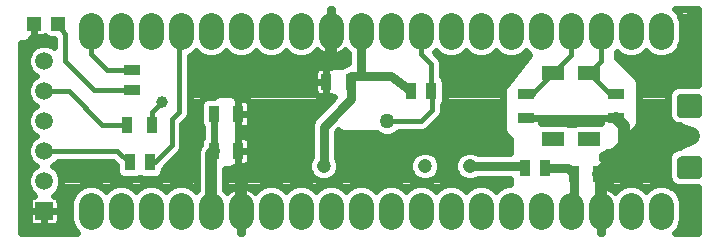
<source format=gtl>
G75*
%MOIN*%
%OFA0B0*%
%FSLAX25Y25*%
%IPPOS*%
%LPD*%
%AMOC8*
5,1,8,0,0,1.08239X$1,22.5*
%
%ADD10R,0.03600X0.05500*%
%ADD11R,0.05500X0.03600*%
%ADD12R,0.07400X0.05000*%
%ADD13C,0.08268*%
%ADD14C,0.05937*%
%ADD15R,0.05937X0.05937*%
%ADD16R,0.04724X0.04724*%
%ADD17C,0.02362*%
%ADD18C,0.03937*%
%ADD19C,0.04750*%
%ADD20C,0.03150*%
%ADD21C,0.05906*%
%ADD22C,0.03569*%
%ADD23R,0.03569X0.03569*%
%ADD24C,0.04356*%
%ADD25C,0.01575*%
%ADD26C,0.03962*%
%ADD27C,0.05000*%
D10*
X0092560Y0051250D03*
X0099253Y0051250D03*
X0120510Y0055000D03*
X0128803Y0055000D03*
X0100053Y0063750D03*
X0091760Y0063750D03*
X0120510Y0067500D03*
X0128803Y0067500D03*
X0158010Y0078125D03*
X0166303Y0078125D03*
X0186310Y0075000D03*
X0193003Y0075000D03*
X0224435Y0049375D03*
X0231128Y0049375D03*
X0240510Y0047500D03*
X0248803Y0047500D03*
D11*
X0254656Y0065854D03*
X0254656Y0074146D03*
X0224656Y0074146D03*
X0224656Y0065854D03*
X0093406Y0075404D03*
X0093406Y0082096D03*
D12*
X0233656Y0081000D03*
X0245656Y0081000D03*
X0245656Y0059000D03*
X0233656Y0059000D03*
D13*
X0229656Y0037067D02*
X0229656Y0032933D01*
X0239656Y0032933D02*
X0239656Y0037067D01*
X0249656Y0037067D02*
X0249656Y0032933D01*
X0259656Y0032933D02*
X0259656Y0037067D01*
X0269656Y0037067D02*
X0269656Y0032933D01*
X0219656Y0032933D02*
X0219656Y0037067D01*
X0209656Y0037067D02*
X0209656Y0032933D01*
X0199656Y0032933D02*
X0199656Y0037067D01*
X0189656Y0037067D02*
X0189656Y0032933D01*
X0179656Y0032933D02*
X0179656Y0037067D01*
X0169656Y0037067D02*
X0169656Y0032933D01*
X0159656Y0032933D02*
X0159656Y0037067D01*
X0149656Y0037067D02*
X0149656Y0032933D01*
X0139656Y0032933D02*
X0139656Y0037067D01*
X0129656Y0037067D02*
X0129656Y0032933D01*
X0119656Y0032933D02*
X0119656Y0037067D01*
X0109656Y0037067D02*
X0109656Y0032933D01*
X0099656Y0032933D02*
X0099656Y0037067D01*
X0089656Y0037067D02*
X0089656Y0032933D01*
X0079656Y0032933D02*
X0079656Y0037067D01*
X0079656Y0092933D02*
X0079656Y0097067D01*
X0089656Y0097067D02*
X0089656Y0092933D01*
X0099656Y0092933D02*
X0099656Y0097067D01*
X0109656Y0097067D02*
X0109656Y0092933D01*
X0119656Y0092933D02*
X0119656Y0097067D01*
X0129656Y0097067D02*
X0129656Y0092933D01*
X0139656Y0092933D02*
X0139656Y0097067D01*
X0149656Y0097067D02*
X0149656Y0092933D01*
X0159656Y0092933D02*
X0159656Y0097067D01*
X0169656Y0097067D02*
X0169656Y0092933D01*
X0179656Y0092933D02*
X0179656Y0097067D01*
X0189656Y0097067D02*
X0189656Y0092933D01*
X0199656Y0092933D02*
X0199656Y0097067D01*
X0209656Y0097067D02*
X0209656Y0092933D01*
X0219656Y0092933D02*
X0219656Y0097067D01*
X0229656Y0097067D02*
X0229656Y0092933D01*
X0239656Y0092933D02*
X0239656Y0097067D01*
X0249656Y0097067D02*
X0249656Y0092933D01*
X0259656Y0092933D02*
X0259656Y0097067D01*
X0269656Y0097067D02*
X0269656Y0092933D01*
D14*
X0279656Y0070000D03*
X0279656Y0060000D03*
X0279656Y0050000D03*
X0064031Y0045000D03*
X0064031Y0055000D03*
X0064031Y0065000D03*
X0064031Y0075000D03*
X0064031Y0085000D03*
D15*
X0064031Y0035000D03*
D16*
X0060523Y0097500D03*
X0068790Y0097500D03*
D17*
X0056188Y0090994D02*
X0056188Y0027781D01*
X0075065Y0027781D01*
X0073816Y0029030D01*
X0072767Y0031563D01*
X0072767Y0038437D01*
X0073816Y0040970D01*
X0075754Y0042908D01*
X0078286Y0043957D01*
X0081027Y0043957D01*
X0083559Y0042908D01*
X0084656Y0041811D01*
X0085754Y0042908D01*
X0088286Y0043957D01*
X0091027Y0043957D01*
X0093559Y0042908D01*
X0094656Y0041811D01*
X0095754Y0042908D01*
X0098286Y0043957D01*
X0101027Y0043957D01*
X0103559Y0042908D01*
X0104656Y0041811D01*
X0105754Y0042908D01*
X0108286Y0043957D01*
X0111027Y0043957D01*
X0113559Y0042908D01*
X0114656Y0041811D01*
X0114932Y0042086D01*
X0114932Y0055086D01*
X0115651Y0056823D01*
X0115954Y0057125D01*
X0115954Y0058298D01*
X0116374Y0059311D01*
X0116573Y0059510D01*
X0116573Y0062990D01*
X0116374Y0063189D01*
X0115954Y0064202D01*
X0115954Y0070798D01*
X0116374Y0071811D01*
X0117149Y0072586D01*
X0118162Y0073006D01*
X0120640Y0073006D01*
X0121220Y0073586D01*
X0122233Y0074006D01*
X0126455Y0074006D01*
X0127468Y0073586D01*
X0128243Y0072811D01*
X0128400Y0072431D01*
X0128803Y0072431D01*
X0128803Y0067500D01*
X0132784Y0067500D01*
X0132784Y0070537D01*
X0132635Y0071092D01*
X0132348Y0071589D01*
X0131942Y0071995D01*
X0131445Y0072282D01*
X0130890Y0072431D01*
X0128803Y0072431D01*
X0128803Y0067500D01*
X0128803Y0067500D01*
X0132784Y0067500D01*
X0132784Y0064463D01*
X0132635Y0063908D01*
X0132348Y0063411D01*
X0131942Y0063005D01*
X0131445Y0062718D01*
X0130890Y0062569D01*
X0128803Y0062569D01*
X0128803Y0067500D01*
X0128803Y0067500D01*
X0128803Y0067500D01*
X0128803Y0062569D01*
X0128662Y0062569D01*
X0128662Y0059931D01*
X0128803Y0059931D01*
X0128803Y0055000D01*
X0132784Y0055000D01*
X0132784Y0058037D01*
X0132635Y0058592D01*
X0132348Y0059089D01*
X0131942Y0059495D01*
X0131445Y0059782D01*
X0130890Y0059931D01*
X0128803Y0059931D01*
X0128803Y0055000D01*
X0128803Y0055000D01*
X0132784Y0055000D01*
X0132784Y0051963D01*
X0132635Y0051408D01*
X0132348Y0050911D01*
X0131942Y0050505D01*
X0131445Y0050218D01*
X0130890Y0050069D01*
X0128803Y0050069D01*
X0128803Y0055000D01*
X0128803Y0055000D01*
X0128803Y0055000D01*
X0128803Y0050069D01*
X0127998Y0050069D01*
X0127468Y0049539D01*
X0126455Y0049119D01*
X0124381Y0049119D01*
X0124381Y0042086D01*
X0125063Y0041404D01*
X0125543Y0041884D01*
X0126347Y0042468D01*
X0127232Y0042919D01*
X0128178Y0043226D01*
X0129159Y0043382D01*
X0129460Y0043382D01*
X0129460Y0035197D01*
X0129853Y0035197D01*
X0129853Y0043382D01*
X0130153Y0043382D01*
X0131135Y0043226D01*
X0132081Y0042919D01*
X0132966Y0042468D01*
X0133770Y0041884D01*
X0134250Y0041404D01*
X0135754Y0042908D01*
X0138286Y0043957D01*
X0141027Y0043957D01*
X0143559Y0042908D01*
X0144656Y0041811D01*
X0145754Y0042908D01*
X0148286Y0043957D01*
X0151027Y0043957D01*
X0153559Y0042908D01*
X0154656Y0041811D01*
X0155754Y0042908D01*
X0158286Y0043957D01*
X0161027Y0043957D01*
X0163559Y0042908D01*
X0164656Y0041811D01*
X0165754Y0042908D01*
X0168286Y0043957D01*
X0171027Y0043957D01*
X0173559Y0042908D01*
X0174656Y0041811D01*
X0175754Y0042908D01*
X0178286Y0043957D01*
X0181027Y0043957D01*
X0183559Y0042908D01*
X0184656Y0041811D01*
X0185754Y0042908D01*
X0188286Y0043957D01*
X0191027Y0043957D01*
X0193559Y0042908D01*
X0194656Y0041811D01*
X0195754Y0042908D01*
X0198286Y0043957D01*
X0201027Y0043957D01*
X0203559Y0042908D01*
X0204656Y0041811D01*
X0205754Y0042908D01*
X0208286Y0043957D01*
X0211027Y0043957D01*
X0213559Y0042908D01*
X0214656Y0041811D01*
X0215754Y0042908D01*
X0218286Y0043957D01*
X0219401Y0043957D01*
X0219401Y0045548D01*
X0219451Y0045669D01*
X0208832Y0045669D01*
X0208813Y0045650D01*
X0206927Y0044869D01*
X0204886Y0044869D01*
X0203000Y0045650D01*
X0201557Y0047094D01*
X0200776Y0048979D01*
X0200776Y0051021D01*
X0201557Y0052906D01*
X0203000Y0054350D01*
X0204886Y0055131D01*
X0206927Y0055131D01*
X0208813Y0054350D01*
X0208832Y0054331D01*
X0219401Y0054331D01*
X0219401Y0058858D01*
X0217320Y0060939D01*
X0216901Y0061952D01*
X0216901Y0074847D01*
X0216857Y0075240D01*
X0216901Y0075391D01*
X0216901Y0075548D01*
X0217052Y0075914D01*
X0217162Y0076294D01*
X0217260Y0076416D01*
X0217320Y0076561D01*
X0217600Y0076841D01*
X0225789Y0087078D01*
X0225754Y0087092D01*
X0224656Y0088189D01*
X0223559Y0087092D01*
X0221027Y0086043D01*
X0218286Y0086043D01*
X0215754Y0087092D01*
X0214656Y0088189D01*
X0213559Y0087092D01*
X0211027Y0086043D01*
X0208286Y0086043D01*
X0205754Y0087092D01*
X0204656Y0088189D01*
X0203559Y0087092D01*
X0201027Y0086043D01*
X0198286Y0086043D01*
X0195754Y0087092D01*
X0194656Y0088189D01*
X0194317Y0087850D01*
X0196007Y0086161D01*
X0196546Y0084858D01*
X0196546Y0079904D01*
X0197139Y0079311D01*
X0197559Y0078298D01*
X0197559Y0071702D01*
X0197139Y0070689D01*
X0196950Y0070499D01*
X0196950Y0068045D01*
X0196410Y0066743D01*
X0195414Y0065746D01*
X0191664Y0061996D01*
X0190361Y0061457D01*
X0182296Y0061457D01*
X0181384Y0060544D01*
X0179452Y0059744D01*
X0177361Y0059744D01*
X0175429Y0060544D01*
X0174979Y0060994D01*
X0169733Y0060994D01*
X0169656Y0061026D01*
X0169580Y0060994D01*
X0163483Y0060994D01*
X0162470Y0061414D01*
X0162020Y0061864D01*
X0161487Y0061331D01*
X0161487Y0052925D01*
X0161506Y0052906D01*
X0162287Y0051021D01*
X0162287Y0048979D01*
X0161506Y0047094D01*
X0160063Y0045650D01*
X0158177Y0044869D01*
X0156136Y0044869D01*
X0154250Y0045650D01*
X0152807Y0047094D01*
X0152026Y0048979D01*
X0152026Y0051021D01*
X0152807Y0052906D01*
X0152826Y0052925D01*
X0152826Y0063986D01*
X0153485Y0065578D01*
X0154703Y0066796D01*
X0160776Y0072869D01*
X0160358Y0072869D01*
X0159574Y0073194D01*
X0158010Y0073194D01*
X0158010Y0078125D01*
X0158010Y0078125D01*
X0154029Y0078125D01*
X0154029Y0081162D01*
X0154178Y0081717D01*
X0154465Y0082214D01*
X0154871Y0082620D01*
X0155368Y0082907D01*
X0155923Y0083056D01*
X0158010Y0083056D01*
X0158010Y0078125D01*
X0154029Y0078125D01*
X0154029Y0075088D01*
X0154178Y0074533D01*
X0154465Y0074036D01*
X0154871Y0073630D01*
X0155368Y0073343D01*
X0155923Y0073194D01*
X0158010Y0073194D01*
X0158010Y0078125D01*
X0158010Y0078125D01*
X0158010Y0078125D01*
X0158010Y0083056D01*
X0159574Y0083056D01*
X0160358Y0083381D01*
X0163351Y0083381D01*
X0163706Y0083528D01*
X0163850Y0083671D01*
X0165326Y0084283D01*
X0165326Y0087520D01*
X0164250Y0088596D01*
X0163770Y0088116D01*
X0162966Y0087532D01*
X0162081Y0087081D01*
X0161135Y0086774D01*
X0160153Y0086618D01*
X0159853Y0086618D01*
X0159853Y0094803D01*
X0159460Y0094803D01*
X0159460Y0086618D01*
X0159159Y0086618D01*
X0158178Y0086774D01*
X0157232Y0087081D01*
X0156347Y0087532D01*
X0155543Y0088116D01*
X0155063Y0088596D01*
X0153559Y0087092D01*
X0151027Y0086043D01*
X0148286Y0086043D01*
X0145754Y0087092D01*
X0144656Y0088189D01*
X0143559Y0087092D01*
X0141027Y0086043D01*
X0138286Y0086043D01*
X0135754Y0087092D01*
X0134656Y0088189D01*
X0133559Y0087092D01*
X0131027Y0086043D01*
X0128286Y0086043D01*
X0125754Y0087092D01*
X0124656Y0088189D01*
X0123559Y0087092D01*
X0121027Y0086043D01*
X0118286Y0086043D01*
X0115754Y0087092D01*
X0114656Y0088189D01*
X0113559Y0087092D01*
X0112575Y0086684D01*
X0112575Y0067420D01*
X0112035Y0066118D01*
X0111039Y0065121D01*
X0110075Y0064157D01*
X0110075Y0056170D01*
X0109535Y0054868D01*
X0108539Y0053871D01*
X0103809Y0049141D01*
X0103809Y0047952D01*
X0103389Y0046939D01*
X0102614Y0046164D01*
X0101601Y0045744D01*
X0096905Y0045744D01*
X0095906Y0046158D01*
X0094908Y0045744D01*
X0090212Y0045744D01*
X0089199Y0046164D01*
X0088424Y0046939D01*
X0088004Y0047952D01*
X0088004Y0050391D01*
X0086939Y0051457D01*
X0068584Y0051457D01*
X0067274Y0050147D01*
X0066919Y0050000D01*
X0067274Y0049853D01*
X0068884Y0048243D01*
X0069756Y0046139D01*
X0069756Y0043861D01*
X0068884Y0041757D01*
X0067277Y0040150D01*
X0067287Y0040150D01*
X0067842Y0040001D01*
X0068339Y0039714D01*
X0068745Y0039308D01*
X0069032Y0038810D01*
X0069181Y0038256D01*
X0069181Y0035000D01*
X0064032Y0035000D01*
X0064032Y0035000D01*
X0069181Y0035000D01*
X0069181Y0031744D01*
X0069032Y0031190D01*
X0068745Y0030692D01*
X0068339Y0030286D01*
X0067842Y0029999D01*
X0067287Y0029850D01*
X0064032Y0029850D01*
X0064032Y0035000D01*
X0064031Y0035000D01*
X0058882Y0035000D01*
X0064031Y0035000D01*
X0064031Y0035000D01*
X0064031Y0029850D01*
X0060776Y0029850D01*
X0060221Y0029999D01*
X0059724Y0030286D01*
X0059318Y0030692D01*
X0059031Y0031190D01*
X0058882Y0031744D01*
X0058882Y0035000D01*
X0058882Y0038256D01*
X0059031Y0038810D01*
X0059318Y0039308D01*
X0059724Y0039714D01*
X0060221Y0040001D01*
X0060776Y0040150D01*
X0060786Y0040150D01*
X0059179Y0041757D01*
X0058307Y0043861D01*
X0058307Y0046139D01*
X0059179Y0048243D01*
X0060789Y0049853D01*
X0061144Y0050000D01*
X0060789Y0050147D01*
X0059179Y0051757D01*
X0058307Y0053861D01*
X0058307Y0056139D01*
X0059179Y0058243D01*
X0060789Y0059853D01*
X0061144Y0060000D01*
X0060789Y0060147D01*
X0059179Y0061757D01*
X0058307Y0063861D01*
X0058307Y0066139D01*
X0059179Y0068243D01*
X0060789Y0069853D01*
X0061144Y0070000D01*
X0060789Y0070147D01*
X0059179Y0071757D01*
X0058307Y0073861D01*
X0058307Y0076139D01*
X0059179Y0078243D01*
X0060789Y0079853D01*
X0061144Y0080000D01*
X0060789Y0080147D01*
X0059179Y0081757D01*
X0058307Y0083861D01*
X0058307Y0086139D01*
X0059179Y0088243D01*
X0060789Y0089853D01*
X0062893Y0090724D01*
X0065170Y0090724D01*
X0067274Y0089853D01*
X0067363Y0089764D01*
X0067363Y0092382D01*
X0065880Y0092382D01*
X0064867Y0092801D01*
X0064250Y0093418D01*
X0064224Y0093392D01*
X0063727Y0093105D01*
X0063172Y0092957D01*
X0060523Y0092957D01*
X0060523Y0097500D01*
X0060523Y0097500D01*
X0060523Y0092957D01*
X0059811Y0092957D01*
X0059493Y0092189D01*
X0058718Y0091414D01*
X0057705Y0090994D01*
X0056188Y0090994D01*
X0056188Y0090382D02*
X0062067Y0090382D01*
X0065996Y0090382D02*
X0067363Y0090382D01*
X0065008Y0092743D02*
X0059722Y0092743D01*
X0060523Y0095104D02*
X0060523Y0095104D01*
X0060523Y0097464D02*
X0060523Y0097464D01*
X0059087Y0088022D02*
X0056188Y0088022D01*
X0056188Y0085661D02*
X0058307Y0085661D01*
X0058540Y0083300D02*
X0056188Y0083300D01*
X0056188Y0080939D02*
X0059997Y0080939D01*
X0059515Y0078579D02*
X0056188Y0078579D01*
X0056188Y0076218D02*
X0058340Y0076218D01*
X0058309Y0073857D02*
X0056188Y0073857D01*
X0056188Y0071497D02*
X0059439Y0071497D01*
X0060072Y0069136D02*
X0056188Y0069136D01*
X0056188Y0066775D02*
X0058571Y0066775D01*
X0058307Y0064414D02*
X0056188Y0064414D01*
X0056188Y0062054D02*
X0059056Y0062054D01*
X0060629Y0059693D02*
X0056188Y0059693D01*
X0056188Y0057332D02*
X0058802Y0057332D01*
X0058307Y0054972D02*
X0056188Y0054972D01*
X0056188Y0052611D02*
X0058825Y0052611D01*
X0060686Y0050250D02*
X0056188Y0050250D01*
X0056188Y0047889D02*
X0059032Y0047889D01*
X0058307Y0045529D02*
X0056188Y0045529D01*
X0056188Y0043168D02*
X0058594Y0043168D01*
X0060129Y0040807D02*
X0056188Y0040807D01*
X0056188Y0038447D02*
X0058933Y0038447D01*
X0058882Y0036086D02*
X0056188Y0036086D01*
X0056188Y0033725D02*
X0058882Y0033725D01*
X0064031Y0033725D02*
X0064032Y0033725D01*
X0069181Y0033725D02*
X0072767Y0033725D01*
X0072767Y0036086D02*
X0069181Y0036086D01*
X0069130Y0038447D02*
X0072771Y0038447D01*
X0073748Y0040807D02*
X0067934Y0040807D01*
X0069469Y0043168D02*
X0076382Y0043168D01*
X0082931Y0043168D02*
X0086382Y0043168D01*
X0092931Y0043168D02*
X0096382Y0043168D01*
X0102931Y0043168D02*
X0106382Y0043168D01*
X0112931Y0043168D02*
X0114932Y0043168D01*
X0114932Y0045529D02*
X0069756Y0045529D01*
X0069031Y0047889D02*
X0088030Y0047889D01*
X0088004Y0050250D02*
X0067377Y0050250D01*
X0103783Y0047889D02*
X0114932Y0047889D01*
X0114932Y0050250D02*
X0104918Y0050250D01*
X0107278Y0052611D02*
X0114932Y0052611D01*
X0114932Y0054972D02*
X0109578Y0054972D01*
X0110075Y0057332D02*
X0115954Y0057332D01*
X0116573Y0059693D02*
X0110075Y0059693D01*
X0110075Y0062054D02*
X0116573Y0062054D01*
X0115954Y0064414D02*
X0110332Y0064414D01*
X0112308Y0066775D02*
X0115954Y0066775D01*
X0115954Y0069136D02*
X0112575Y0069136D01*
X0112575Y0071497D02*
X0116243Y0071497D01*
X0112575Y0073857D02*
X0121875Y0073857D01*
X0126813Y0073857D02*
X0154643Y0073857D01*
X0158010Y0073857D02*
X0158010Y0073857D01*
X0158010Y0076218D02*
X0158010Y0076218D01*
X0154029Y0076218D02*
X0112575Y0076218D01*
X0112575Y0078579D02*
X0154029Y0078579D01*
X0158010Y0078579D02*
X0158010Y0078579D01*
X0158010Y0080939D02*
X0158010Y0080939D01*
X0154029Y0080939D02*
X0112575Y0080939D01*
X0112575Y0083300D02*
X0160163Y0083300D01*
X0165326Y0085661D02*
X0112575Y0085661D01*
X0114489Y0088022D02*
X0114824Y0088022D01*
X0124489Y0088022D02*
X0124824Y0088022D01*
X0134489Y0088022D02*
X0134824Y0088022D01*
X0144489Y0088022D02*
X0144824Y0088022D01*
X0154489Y0088022D02*
X0155673Y0088022D01*
X0159460Y0088022D02*
X0159853Y0088022D01*
X0163640Y0088022D02*
X0164824Y0088022D01*
X0159853Y0090382D02*
X0159460Y0090382D01*
X0159460Y0092743D02*
X0159853Y0092743D01*
X0159853Y0095197D02*
X0159460Y0095197D01*
X0159460Y0102219D01*
X0159853Y0102219D01*
X0159853Y0095197D01*
X0159853Y0097464D02*
X0159460Y0097464D01*
X0159460Y0099825D02*
X0159853Y0099825D01*
X0159853Y0102186D02*
X0159460Y0102186D01*
X0194489Y0088022D02*
X0194824Y0088022D01*
X0196214Y0085661D02*
X0224656Y0085661D01*
X0224489Y0088022D02*
X0224824Y0088022D01*
X0222767Y0083300D02*
X0196546Y0083300D01*
X0196546Y0080939D02*
X0220879Y0080939D01*
X0218990Y0078579D02*
X0197443Y0078579D01*
X0197559Y0076218D02*
X0217140Y0076218D01*
X0216901Y0073857D02*
X0197559Y0073857D01*
X0197474Y0071497D02*
X0216901Y0071497D01*
X0216901Y0069136D02*
X0196950Y0069136D01*
X0196424Y0066775D02*
X0216901Y0066775D01*
X0216901Y0064414D02*
X0194082Y0064414D01*
X0191721Y0062054D02*
X0216901Y0062054D01*
X0218566Y0059693D02*
X0161487Y0059693D01*
X0161487Y0057332D02*
X0219401Y0057332D01*
X0219401Y0054972D02*
X0207311Y0054972D01*
X0204502Y0054972D02*
X0192311Y0054972D01*
X0191927Y0055131D02*
X0189886Y0055131D01*
X0188000Y0054350D01*
X0186557Y0052906D01*
X0185776Y0051021D01*
X0185776Y0048979D01*
X0186557Y0047094D01*
X0188000Y0045650D01*
X0189886Y0044869D01*
X0191927Y0044869D01*
X0193813Y0045650D01*
X0195256Y0047094D01*
X0196037Y0048979D01*
X0196037Y0051021D01*
X0195256Y0052906D01*
X0193813Y0054350D01*
X0191927Y0055131D01*
X0189502Y0054972D02*
X0161487Y0054972D01*
X0161628Y0052611D02*
X0186435Y0052611D01*
X0185776Y0050250D02*
X0162287Y0050250D01*
X0161836Y0047889D02*
X0186227Y0047889D01*
X0188294Y0045529D02*
X0159769Y0045529D01*
X0154544Y0045529D02*
X0124381Y0045529D01*
X0124381Y0047889D02*
X0152477Y0047889D01*
X0152026Y0050250D02*
X0131501Y0050250D01*
X0128803Y0050250D02*
X0128803Y0050250D01*
X0128803Y0052611D02*
X0128803Y0052611D01*
X0132784Y0052611D02*
X0152685Y0052611D01*
X0152826Y0054972D02*
X0132784Y0054972D01*
X0128803Y0054972D02*
X0128803Y0054972D01*
X0128803Y0057332D02*
X0128803Y0057332D01*
X0132784Y0057332D02*
X0152826Y0057332D01*
X0152826Y0059693D02*
X0131600Y0059693D01*
X0128803Y0059693D02*
X0128803Y0059693D01*
X0128662Y0062054D02*
X0152826Y0062054D01*
X0153003Y0064414D02*
X0132771Y0064414D01*
X0128803Y0064414D02*
X0128803Y0064414D01*
X0128803Y0066775D02*
X0128803Y0066775D01*
X0132784Y0066775D02*
X0154682Y0066775D01*
X0157043Y0069136D02*
X0132784Y0069136D01*
X0128803Y0069136D02*
X0128803Y0069136D01*
X0128803Y0071497D02*
X0128803Y0071497D01*
X0132402Y0071497D02*
X0159404Y0071497D01*
X0120510Y0067500D02*
X0120510Y0055000D01*
X0124381Y0043168D02*
X0127998Y0043168D01*
X0129460Y0043168D02*
X0129853Y0043168D01*
X0131315Y0043168D02*
X0136382Y0043168D01*
X0129853Y0040807D02*
X0129460Y0040807D01*
X0129460Y0038447D02*
X0129853Y0038447D01*
X0129853Y0036086D02*
X0129460Y0036086D01*
X0129460Y0034803D02*
X0129853Y0034803D01*
X0129853Y0027781D01*
X0129460Y0027781D01*
X0129460Y0034803D01*
X0129460Y0033725D02*
X0129853Y0033725D01*
X0129853Y0031364D02*
X0129460Y0031364D01*
X0129460Y0029004D02*
X0129853Y0029004D01*
X0142931Y0043168D02*
X0146382Y0043168D01*
X0152931Y0043168D02*
X0156382Y0043168D01*
X0162931Y0043168D02*
X0166382Y0043168D01*
X0172931Y0043168D02*
X0176382Y0043168D01*
X0182931Y0043168D02*
X0186382Y0043168D01*
X0192931Y0043168D02*
X0196382Y0043168D01*
X0193519Y0045529D02*
X0203294Y0045529D01*
X0202931Y0043168D02*
X0206382Y0043168D01*
X0208519Y0045529D02*
X0219401Y0045529D01*
X0216382Y0043168D02*
X0212931Y0043168D01*
X0201227Y0047889D02*
X0195586Y0047889D01*
X0196037Y0050250D02*
X0200776Y0050250D01*
X0201435Y0052611D02*
X0195378Y0052611D01*
X0224657Y0065853D02*
X0224657Y0065854D01*
X0229588Y0065854D01*
X0229588Y0065994D01*
X0249725Y0065994D01*
X0249725Y0065854D01*
X0254656Y0065854D01*
X0254656Y0065853D01*
X0249725Y0065853D01*
X0249725Y0064256D01*
X0241408Y0064256D01*
X0240805Y0064006D01*
X0238508Y0064006D01*
X0237905Y0064256D01*
X0229588Y0064256D01*
X0229588Y0065853D01*
X0224657Y0065853D01*
X0229588Y0064414D02*
X0249725Y0064414D01*
X0258247Y0059693D02*
X0274507Y0059693D01*
X0274507Y0059595D02*
X0274634Y0058794D01*
X0274884Y0058023D01*
X0275252Y0057301D01*
X0275729Y0056645D01*
X0275937Y0056437D01*
X0275123Y0056437D01*
X0273676Y0055838D01*
X0272569Y0054730D01*
X0271969Y0053283D01*
X0271969Y0046092D01*
X0272569Y0044645D01*
X0273676Y0043537D01*
X0275123Y0042938D01*
X0281875Y0042938D01*
X0281875Y0027781D01*
X0274248Y0027781D01*
X0275497Y0029030D01*
X0276546Y0031563D01*
X0276546Y0038437D01*
X0275497Y0040970D01*
X0273559Y0042908D01*
X0271027Y0043957D01*
X0268286Y0043957D01*
X0265754Y0042908D01*
X0264656Y0041811D01*
X0263559Y0042908D01*
X0261027Y0043957D01*
X0258286Y0043957D01*
X0255754Y0042908D01*
X0254250Y0041404D01*
X0253770Y0041884D01*
X0252966Y0042468D01*
X0252081Y0042919D01*
X0251897Y0042979D01*
X0251942Y0043005D01*
X0252348Y0043411D01*
X0252635Y0043908D01*
X0252784Y0044463D01*
X0252784Y0047500D01*
X0252784Y0050537D01*
X0252635Y0051092D01*
X0252348Y0051589D01*
X0251942Y0051995D01*
X0251445Y0052282D01*
X0250890Y0052431D01*
X0249912Y0052431D01*
X0249912Y0053747D01*
X0250918Y0054164D01*
X0251530Y0054776D01*
X0251608Y0054744D01*
X0252705Y0054744D01*
X0253718Y0055164D01*
X0261993Y0063439D01*
X0262412Y0064452D01*
X0262412Y0078048D01*
X0261993Y0079061D01*
X0261218Y0079836D01*
X0254912Y0086142D01*
X0254912Y0087934D01*
X0255754Y0087092D01*
X0258286Y0086043D01*
X0261027Y0086043D01*
X0263559Y0087092D01*
X0264656Y0088189D01*
X0265754Y0087092D01*
X0268286Y0086043D01*
X0271027Y0086043D01*
X0273559Y0087092D01*
X0275497Y0089030D01*
X0276546Y0091563D01*
X0276546Y0098437D01*
X0275497Y0100970D01*
X0274248Y0102219D01*
X0281875Y0102219D01*
X0281875Y0077062D01*
X0275123Y0077062D01*
X0273676Y0076463D01*
X0272569Y0075355D01*
X0271969Y0073908D01*
X0271969Y0066717D01*
X0272569Y0065270D01*
X0273676Y0064162D01*
X0275123Y0063563D01*
X0275937Y0063563D01*
X0275729Y0063355D01*
X0275252Y0062699D01*
X0274884Y0061977D01*
X0274634Y0061206D01*
X0274507Y0060405D01*
X0274507Y0060000D01*
X0279656Y0060000D01*
X0274507Y0060000D01*
X0274507Y0059595D01*
X0275236Y0057332D02*
X0255886Y0057332D01*
X0253254Y0054972D02*
X0272810Y0054972D01*
X0271969Y0052611D02*
X0249912Y0052611D01*
X0252784Y0050250D02*
X0271969Y0050250D01*
X0275906Y0050250D02*
X0281875Y0050250D01*
X0281875Y0052500D02*
X0276837Y0052500D01*
X0275906Y0052086D01*
X0275906Y0046875D01*
X0281875Y0046875D01*
X0281875Y0052500D01*
X0281875Y0047889D02*
X0275906Y0047889D01*
X0271969Y0047889D02*
X0252784Y0047889D01*
X0252784Y0047500D02*
X0248803Y0047500D01*
X0248803Y0047500D01*
X0252784Y0047500D01*
X0252784Y0045529D02*
X0272203Y0045529D01*
X0272931Y0043168D02*
X0274568Y0043168D01*
X0275565Y0040807D02*
X0281875Y0040807D01*
X0281875Y0038447D02*
X0276542Y0038447D01*
X0276546Y0036086D02*
X0281875Y0036086D01*
X0281875Y0033725D02*
X0276546Y0033725D01*
X0276464Y0031364D02*
X0281875Y0031364D01*
X0281875Y0029004D02*
X0275471Y0029004D01*
X0249853Y0029004D02*
X0249460Y0029004D01*
X0249460Y0027781D02*
X0249460Y0034803D01*
X0249853Y0034803D01*
X0249853Y0027781D01*
X0249460Y0027781D01*
X0249460Y0031364D02*
X0249853Y0031364D01*
X0249853Y0033725D02*
X0249460Y0033725D01*
X0249460Y0035197D02*
X0249460Y0042569D01*
X0249853Y0042569D01*
X0249853Y0035197D01*
X0249460Y0035197D01*
X0249460Y0036086D02*
X0249853Y0036086D01*
X0249853Y0038447D02*
X0249460Y0038447D01*
X0249460Y0040807D02*
X0249853Y0040807D01*
X0252105Y0043168D02*
X0256382Y0043168D01*
X0262931Y0043168D02*
X0266382Y0043168D01*
X0279656Y0060000D02*
X0279656Y0060000D01*
X0274923Y0062054D02*
X0260608Y0062054D01*
X0262397Y0064414D02*
X0273424Y0064414D01*
X0271969Y0066775D02*
X0262412Y0066775D01*
X0262412Y0069136D02*
X0271969Y0069136D01*
X0275906Y0069136D02*
X0281875Y0069136D01*
X0281875Y0067500D02*
X0275906Y0067500D01*
X0275906Y0073125D01*
X0281875Y0073125D01*
X0281875Y0067500D01*
X0281875Y0071497D02*
X0275906Y0071497D01*
X0271969Y0071497D02*
X0262412Y0071497D01*
X0262412Y0073857D02*
X0271969Y0073857D01*
X0273432Y0076218D02*
X0262412Y0076218D01*
X0262193Y0078579D02*
X0281875Y0078579D01*
X0281875Y0080939D02*
X0260114Y0080939D01*
X0257754Y0083300D02*
X0281875Y0083300D01*
X0281875Y0085661D02*
X0255393Y0085661D01*
X0264489Y0088022D02*
X0264824Y0088022D01*
X0274489Y0088022D02*
X0281875Y0088022D01*
X0281875Y0090382D02*
X0276057Y0090382D01*
X0276546Y0092743D02*
X0281875Y0092743D01*
X0281875Y0095104D02*
X0276546Y0095104D01*
X0276546Y0097464D02*
X0281875Y0097464D01*
X0281875Y0099825D02*
X0275971Y0099825D01*
X0274281Y0102186D02*
X0281875Y0102186D01*
X0214824Y0088022D02*
X0214489Y0088022D01*
X0204824Y0088022D02*
X0204489Y0088022D01*
X0224656Y0074146D02*
X0226803Y0074146D01*
X0073842Y0029004D02*
X0056188Y0029004D01*
X0056188Y0031364D02*
X0058984Y0031364D01*
X0064031Y0031364D02*
X0064032Y0031364D01*
X0069079Y0031364D02*
X0072849Y0031364D01*
D18*
X0119656Y0035000D02*
X0119656Y0054146D01*
X0120510Y0055000D01*
X0129656Y0046250D02*
X0129656Y0035000D01*
X0248803Y0047500D02*
X0249656Y0046646D01*
X0249656Y0035000D01*
X0248803Y0047500D02*
X0251303Y0050000D01*
X0257156Y0050000D01*
X0257156Y0063354D01*
X0254656Y0065854D01*
X0159656Y0087500D02*
X0159656Y0095000D01*
D19*
X0129656Y0082500D03*
X0205906Y0082500D03*
X0268406Y0081250D03*
X0205906Y0050000D03*
X0190906Y0050000D03*
X0157156Y0050000D03*
D20*
X0157156Y0063125D01*
X0166303Y0072271D01*
X0166303Y0078125D01*
X0166303Y0080000D01*
X0169656Y0080000D01*
X0169656Y0095000D01*
X0159656Y0087500D02*
X0155510Y0083354D01*
X0169656Y0080000D02*
X0179656Y0080000D01*
X0186310Y0075000D01*
X0205906Y0050000D02*
X0223810Y0050000D01*
X0224435Y0049375D01*
X0231128Y0049375D02*
X0238635Y0049375D01*
X0240510Y0047500D01*
X0240510Y0035000D01*
X0239656Y0035000D01*
D21*
X0257156Y0050000D02*
X0279656Y0060000D01*
X0272781Y0062500D01*
D22*
X0214656Y0043750D03*
X0174656Y0043750D03*
X0137156Y0060000D03*
X0113406Y0062500D03*
X0112156Y0046250D03*
X0115906Y0083750D03*
X0144656Y0083750D03*
X0057156Y0090000D03*
X0279656Y0100000D03*
X0279656Y0030000D03*
D23*
X0218406Y0057500D03*
X0208406Y0063750D03*
X0197156Y0057500D03*
X0217156Y0082500D03*
D24*
X0079656Y0046250D03*
D25*
X0088406Y0055000D02*
X0092156Y0051250D01*
X0092560Y0051250D01*
X0099253Y0051250D02*
X0100906Y0051250D01*
X0106531Y0056875D01*
X0106531Y0065625D01*
X0109031Y0068125D01*
X0109031Y0094375D01*
X0109656Y0095000D01*
X0085060Y0082096D02*
X0079656Y0087500D01*
X0079656Y0095000D01*
X0070906Y0094134D02*
X0068790Y0097500D01*
X0070906Y0094134D02*
X0070906Y0085000D01*
X0080503Y0075404D01*
X0093406Y0075404D01*
X0100053Y0067896D02*
X0103406Y0071250D01*
X0100053Y0067896D02*
X0100053Y0063750D01*
X0091760Y0063750D02*
X0083406Y0063750D01*
X0072156Y0075000D01*
X0064031Y0075000D01*
X0085060Y0082096D02*
X0093406Y0082096D01*
X0088406Y0055000D02*
X0064031Y0055000D01*
X0178406Y0065000D02*
X0189656Y0065000D01*
X0193406Y0068750D01*
X0193406Y0074596D01*
X0193003Y0075000D01*
X0193003Y0084154D01*
X0189656Y0087500D01*
X0189656Y0095000D01*
X0226803Y0074146D02*
X0233656Y0081000D01*
X0239656Y0087000D01*
X0239656Y0095000D01*
X0249656Y0095000D02*
X0249656Y0085000D01*
X0245656Y0081000D01*
X0252510Y0074146D01*
X0254656Y0074146D01*
X0254656Y0065854D02*
X0224656Y0065854D01*
D26*
X0145906Y0058750D03*
X0103406Y0071250D03*
D27*
X0178406Y0065000D03*
M02*

</source>
